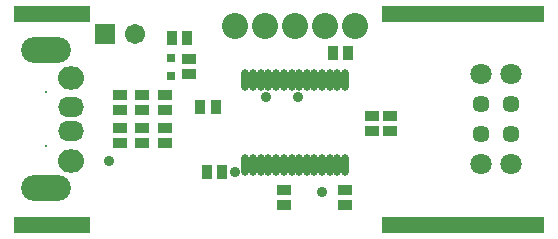
<source format=gts>
%FSTAX23Y23*%
%MOIN*%
%SFA1B1*%

%IPPOS*%
%ADD21R,0.255000X0.055000*%
%ADD22R,0.541650X0.055000*%
%ADD23R,0.035560X0.045400*%
%ADD24R,0.045400X0.035560*%
%ADD25C,0.086740*%
%ADD26R,0.027690X0.031620*%
%ADD27O,0.023750X0.072960*%
%ADD28O,0.086740X0.076900*%
%ADD29O,0.086740X0.067060*%
%ADD30C,0.008000*%
%ADD31O,0.165480X0.086740*%
%ADD32C,0.070990*%
%ADD33C,0.057210*%
%ADD34R,0.067060X0.067060*%
%ADD35C,0.067060*%
%ADD36C,0.035560*%
%LNmidi_stick-1*%
%LPD*%
G54D21*
X02957Y03287D03*
Y02582D03*
G54D22*
X04329Y02582D03*
X0433Y03287D03*
G54D23*
X03525Y0276D03*
X03474D03*
X03945Y03155D03*
X03894D03*
X0341Y03205D03*
X03359D03*
X03505Y02975D03*
X03453D03*
G54D24*
X03936Y027D03*
Y02649D03*
X03731Y027D03*
Y02649D03*
X04085Y02894D03*
Y02945D03*
X04025Y02894D03*
Y02945D03*
X03415Y03084D03*
Y03135D03*
X03335Y03016D03*
Y02965D03*
X0326Y03016D03*
Y02965D03*
X03185Y03016D03*
Y02965D03*
Y02855D03*
Y02906D03*
X0326Y02855D03*
Y02906D03*
X03335Y02855D03*
Y02906D03*
G54D25*
X0357Y03245D03*
X0367D03*
X0377D03*
X0387D03*
X0397D03*
G54D26*
X03355Y03139D03*
Y0308D03*
G54D27*
X03603Y02782D03*
X03629D03*
X03654D03*
X0368D03*
X03706D03*
X03731D03*
X03757D03*
X03782D03*
X03808D03*
X03833D03*
X03859D03*
X03885D03*
X0391D03*
X03936D03*
X03603Y03067D03*
X03629D03*
X03654D03*
X0368D03*
X03706D03*
X03731D03*
X03757D03*
X03782D03*
X03808D03*
X03833D03*
X03859D03*
X03885D03*
X0391D03*
X03936D03*
G54D28*
X03021Y03072D03*
Y02797D03*
G54D29*
X03021Y02974D03*
Y02895D03*
G54D30*
X02939Y02844D03*
Y03025D03*
G54D31*
X02939Y02704D03*
Y03165D03*
G54D32*
X0439Y03085D03*
Y02785D03*
X0449D03*
Y03085D03*
G54D33*
X0439Y02985D03*
Y02885D03*
X0449D03*
Y02985D03*
G54D34*
X03135Y0322D03*
G54D35*
X03235Y0322D03*
G54D36*
X0357Y02758D03*
X0315Y02797D03*
X0386Y02693D03*
X0378Y0301D03*
X03672D03*
M02*
</source>
